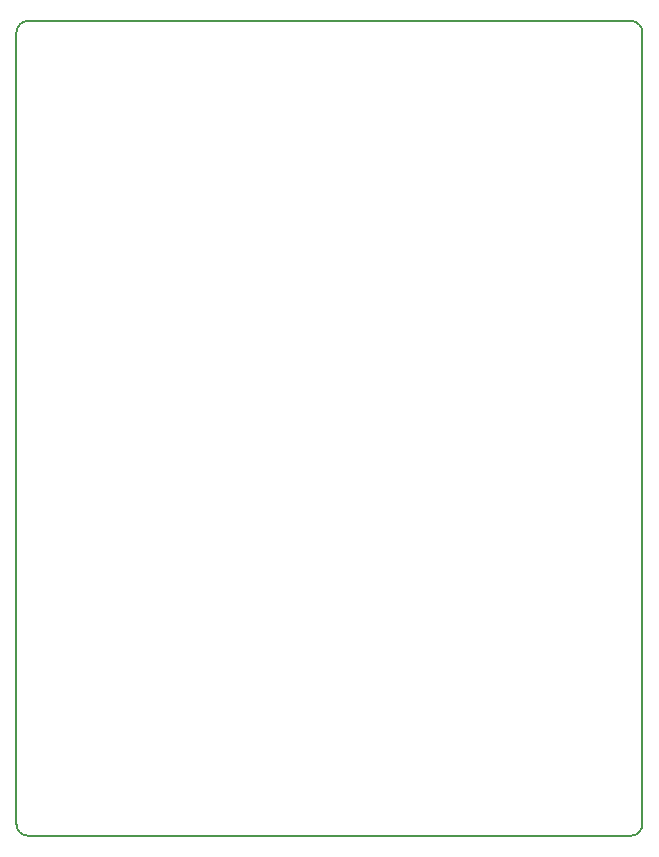
<source format=gbr>
G04 EasyPC Gerber Version 20.0 Build 4102 *
G04 #@! TF.Part,Single*
%FSLAX35Y35*%
%MOIN*%
%ADD10C,0.00500*%
X0Y0D02*
D02*
D10*
X291589Y39620D02*
G75*
G03X295526Y43557J3937D01*
G01*
Y307337*
G75*
G03X291589Y311274I-3937*
G01*
X90801Y311273*
G75*
G03X86864Y307336J-3937*
G01*
Y43557*
G75*
G03X90802Y39620I3937*
G01*
X291589*
X0Y0D02*
M02*

</source>
